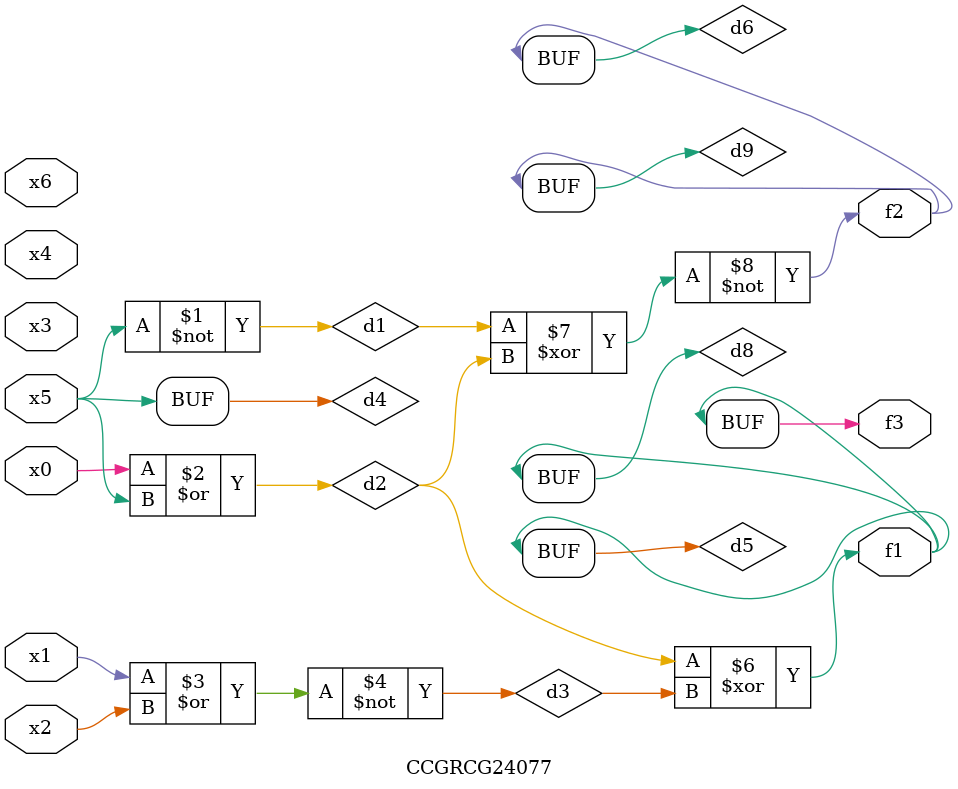
<source format=v>
module CCGRCG24077(
	input x0, x1, x2, x3, x4, x5, x6,
	output f1, f2, f3
);

	wire d1, d2, d3, d4, d5, d6, d7, d8, d9;

	nand (d1, x5);
	or (d2, x0, x5);
	nor (d3, x1, x2);
	xnor (d4, d1);
	xor (d5, d2, d3);
	xnor (d6, d1, d2);
	not (d7, x4);
	buf (d8, d5);
	xor (d9, d6);
	assign f1 = d8;
	assign f2 = d9;
	assign f3 = d8;
endmodule

</source>
